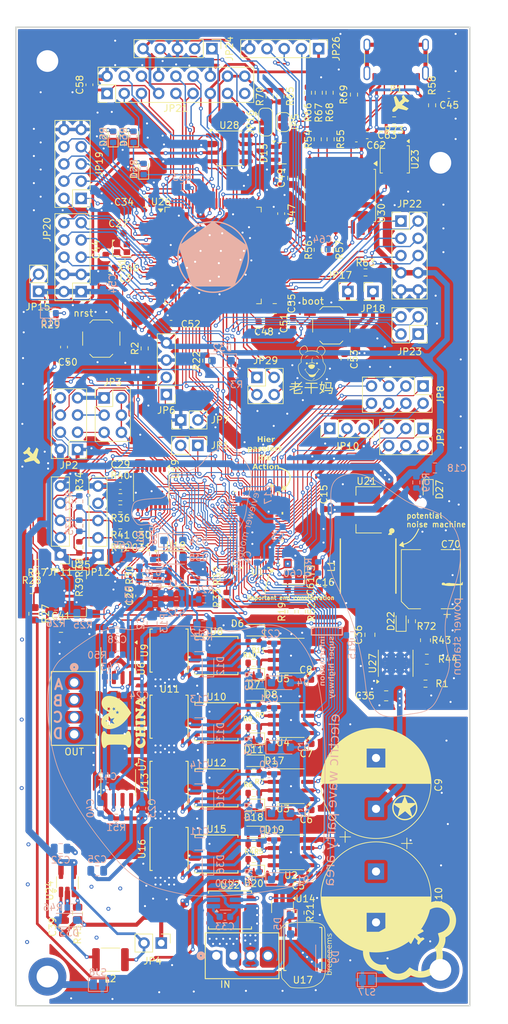
<source format=kicad_pcb>
(kicad_pcb
	(version 20241229)
	(generator "pcbnew")
	(generator_version "9.0")
	(general
		(thickness 1.6)
		(legacy_teardrops no)
	)
	(paper "A4")
	(title_block
		(title "fsim_ff")
		(date "2025-03-06")
		(rev "1")
		(company "FaSTTUBe")
	)
	(layers
		(0 "F.Cu" signal)
		(4 "In1.Cu" signal)
		(6 "In2.Cu" signal)
		(2 "B.Cu" signal)
		(9 "F.Adhes" user "F.Adhesive")
		(11 "B.Adhes" user "B.Adhesive")
		(13 "F.Paste" user)
		(15 "B.Paste" user)
		(5 "F.SilkS" user "F.Silkscreen")
		(7 "B.SilkS" user "B.Silkscreen")
		(1 "F.Mask" user)
		(3 "B.Mask" user)
		(17 "Dwgs.User" user "User.Drawings")
		(19 "Cmts.User" user "User.Comments")
		(21 "Eco1.User" user "User.Eco1")
		(23 "Eco2.User" user "User.Eco2")
		(25 "Edge.Cuts" user)
		(27 "Margin" user)
		(31 "F.CrtYd" user "F.Courtyard")
		(29 "B.CrtYd" user "B.Courtyard")
		(35 "F.Fab" user)
		(33 "B.Fab" user)
		(39 "User.1" user)
		(41 "User.2" user)
		(43 "User.3" user)
		(45 "User.4" user)
	)
	(setup
		(stackup
			(layer "F.SilkS"
				(type "Top Silk Screen")
			)
			(layer "F.Paste"
				(type "Top Solder Paste")
			)
			(layer "F.Mask"
				(type "Top Solder Mask")
				(thickness 0.01)
			)
			(layer "F.Cu"
				(type "copper")
				(thickness 0.035)
			)
			(layer "dielectric 1"
				(type "prepreg")
				(thickness 0.1)
				(material "FR4")
				(epsilon_r 4.5)
				(loss_tangent 0.02)
			)
			(layer "In1.Cu"
				(type "copper")
				(thickness 0.035)
			)
			(layer "dielectric 2"
				(type "core")
				(thickness 1.24)
				(material "FR4")
				(epsilon_r 4.5)
				(loss_tangent 0.02)
			)
			(layer "In2.Cu"
				(type "copper")
				(thickness 0.035)
			)
			(layer "dielectric 3"
				(type "prepreg")
				(thickness 0.1)
				(material "FR4")
				(epsilon_r 4.5)
				(loss_tangent 0.02)
			)
			(layer "B.Cu"
				(type "copper")
				(thickness 0.035)
			)
			(layer "B.Mask"
				(type "Bottom Solder Mask")
				(thickness 0.01)
			)
			(layer "B.Paste"
				(type "Bottom Solder Paste")
			)
			(layer "B.SilkS"
				(type "Bottom Silk Screen")
			)
			(copper_finish "None")
			(dielectric_constraints no)
		)
		(pad_to_mask_clearance 0)
		(allow_soldermask_bridges_in_footprints no)
		(tenting front back)
		(pcbplotparams
			(layerselection 0x00000000_00000000_55555555_5755f5ff)
			(plot_on_all_layers_selection 0x00000000_00000000_00000000_00000000)
			(disableapertmacros no)
			(usegerberextensions no)
			(usegerberattributes yes)
			(usegerberadvancedattributes yes)
			(creategerberjobfile yes)
			(dashed_line_dash_ratio 12.000000)
			(dashed_line_gap_ratio 3.000000)
			(svgprecision 4)
			(plotframeref no)
			(mode 1)
			(useauxorigin no)
			(hpglpennumber 1)
			(hpglpenspeed 20)
			(hpglpendiameter 15.000000)
			(pdf_front_fp_property_popups yes)
			(pdf_back_fp_property_popups yes)
			(pdf_metadata yes)
			(pdf_single_document no)
			(dxfpolygonmode yes)
			(dxfimperialunits yes)
			(dxfusepcbnewfont yes)
			(psnegative no)
			(psa4output no)
			(plot_black_and_white yes)
			(plotinvisibletext no)
			(sketchpadsonfab no)
			(plotpadnumbers no)
			(hidednponfab no)
			(sketchdnponfab yes)
			(crossoutdnponfab yes)
			(subtractmaskfromsilk no)
			(outputformat 1)
			(mirror no)
			(drillshape 0)
			(scaleselection 1)
			(outputdirectory "C:/Users/georg/Downloads/fsimff_v0.1/")
		)
	)
	(net 0 "")
	(net 1 "GND")
	(net 2 "+3V3")
	(net 3 "+5V")
	(net 4 "Net-(U30-PDEN)")
	(net 5 "/brains/GND_USB")
	(net 6 "Net-(P1-CC)")
	(net 7 "Net-(P1-VCONN)")
	(net 8 "Net-(U1B-VCCCORE1)")
	(net 9 "5V_SENSE")
	(net 10 "GNDA")
	(net 11 "V_GD")
	(net 12 "GNDI")
	(net 13 "Net-(U27-SW)")
	(net 14 "Net-(D32-A)")
	(net 15 "V+")
	(net 16 "MOT_D")
	(net 17 "MOT_B")
	(net 18 "2.5V_REF")
	(net 19 "/brains/OSC+")
	(net 20 "Net-(U20-VCAP)")
	(net 21 "V_MOT_IN")
	(net 22 "Net-(U27-BST)")
	(net 23 "Net-(D33-A)")
	(net 24 "Net-(D22-K)")
	(net 25 "Net-(U7-VREF)")
	(net 26 "Net-(U6-VREF)")
	(net 27 "/brains/OSC-")
	(net 28 "/brains/USB_SHIELD")
	(net 29 "/brains/VDDA")
	(net 30 "Net-(U26C-VCAP_2)")
	(net 31 "Net-(U26C-VCAP_1)")
	(net 32 "/brains/BUTTON_A")
	(net 33 "/brains/E_STOP")
	(net 34 "/brains/USB_VBUS_IN")
	(net 35 "Net-(D27-A)")
	(net 36 "Net-(D28-A)")
	(net 37 "Net-(D29-A)")
	(net 38 "Net-(D30-A)")
	(net 39 "ENO")
	(net 40 "AGPI_A")
	(net 41 "AENC_WY_N")
	(net 42 "AENC_UX_N")
	(net 43 "AENC_WY")
	(net 44 "AENC_VN")
	(net 45 "AENC_UX")
	(net 46 "AENC_VN_N")
	(net 47 "ENABLE")
	(net 48 "GPIO0")
	(net 49 "GPIO3")
	(net 50 "GPIO2")
	(net 51 "GPIO4")
	(net 52 "GPIO6")
	(net 53 "GPIO7")
	(net 54 "GPIO1")
	(net 55 "GPIO5")
	(net 56 "Net-(JP12-Pin_2)")
	(net 57 "Net-(JP12-Pin_4)")
	(net 58 "Net-(JP12-Pin_3)")
	(net 59 "/brains/BOOT0")
	(net 60 "/brains/DIN4")
	(net 61 "/brains/DIN3")
	(net 62 "/brains/DIN7")
	(net 63 "/brains/DIN6")
	(net 64 "/brains/DIN5")
	(net 65 "/brains/DIN2")
	(net 66 "/brains/DIN1")
	(net 67 "/brains/DIN0")
	(net 68 "/brains/AIN4")
	(net 69 "/brains/AIN1")
	(net 70 "/brains/AIN3")
	(net 71 "/brains/AIN5")
	(net 72 "/brains/AIN2")
	(net 73 "/brains/AIN0")
	(net 74 "/brains/CANL")
	(net 75 "unconnected-(U26A-PD3-Pad84)")
	(net 76 "/brains/SWO")
	(net 77 "/brains/UART1_TX")
	(net 78 "/brains/UART1_RX")
	(net 79 "unconnected-(U26A-PD2-Pad83)")
	(net 80 "/brains/GPIO2")
	(net 81 "/brains/GPIO1")
	(net 82 "/brains/I2C_SDA")
	(net 83 "/brains/GPIO3")
	(net 84 "/brains/I2C_SCL")
	(net 85 "unconnected-(U26A-PC11-Pad79)")
	(net 86 "unconnected-(U26A-PC12-Pad80)")
	(net 87 "unconnected-(JP21-Pin_17-Pad17)")
	(net 88 "/brains/CANH")
	(net 89 "unconnected-(U26A-PC10-Pad78)")
	(net 90 "unconnected-(U26A-PA15-Pad77)")
	(net 91 "/brains/SPI2_SCK")
	(net 92 "/brains/SPI2_MISO")
	(net 93 "/brains/SPI2_MOSI")
	(net 94 "/brains/SPI2_SS3")
	(net 95 "/brains/SPI2_SS2")
	(net 96 "/brains/SPI2_SS")
	(net 97 "/brains/GPIO7")
	(net 98 "/brains/GPIO6")
	(net 99 "/brains/GPIO8")
	(net 100 "/brains/GPIO5")
	(net 101 "/brains/PWM2")
	(net 102 "/brains/PWM4")
	(net 103 "/brains/PWM3")
	(net 104 "/brains/PWM1")
	(net 105 "/brains/SWDIO")
	(net 106 "/brains/SWCLK")
	(net 107 "BRAKE_RES_COMP")
	(net 108 "BRAKE_CTRL_EXT")
	(net 109 "2.5V_REF_RAW")
	(net 110 "Net-(U27-RON)")
	(net 111 "Net-(U24-FB)")
	(net 112 "Net-(U6-VOUT)")
	(net 113 "Net-(U7-VOUT)")
	(net 114 "Net-(U30-UD+)")
	(net 115 "Net-(U30-UD-)")
	(net 116 "Net-(U30-DD+)")
	(net 117 "/brains/LED1")
	(net 118 "/brains/LED2")
	(net 119 "/brains/LED3")
	(net 120 "/brains/CAN_S")
	(net 121 "unconnected-(U26A-PD14-Pad61)")
	(net 122 "unconnected-(U26A-PD11-Pad58)")
	(net 123 "unconnected-(U26A-PD10-Pad57)")
	(net 124 "unconnected-(U26B-PE15-Pad46)")
	(net 125 "unconnected-(U26A-PD12-Pad59)")
	(net 126 "/brains/CAN_RX")
	(net 127 "unconnected-(U26A-PC9-Pad66)")
	(net 128 "/brains/USB_D-")
	(net 129 "unconnected-(U26A-PA10-Pad69)")
	(net 130 "unconnected-(U26A-PA8-Pad67)")
	(net 131 "/brains/CAN_TX")
	(net 132 "unconnected-(U26A-PC8-Pad65)")
	(net 133 "unconnected-(U26A-PD13-Pad60)")
	(net 134 "/brains/USB_D+")
	(net 135 "UART_RX")
	(net 136 "Net-(D1-K)")
	(net 137 "REF_L")
	(net 138 "ENC2_A")
	(net 139 "HALL_V")
	(net 140 "HALL_WY")
	(net 141 "ENC_B")
	(net 142 "DIR")
	(net 143 "ENC_Z")
	(net 144 "PWM_I")
	(net 145 "V_INT_TMC")
	(net 146 "MISO")
	(net 147 "ENC2_Z")
	(net 148 "ENC2_B")
	(net 149 "MOSI")
	(net 150 "SCK")
	(net 151 "UART_TX")
	(net 152 "REF_R")
	(net 153 "REF_H")
	(net 154 "AGPI_B")
	(net 155 "ENC_A")
	(net 156 "HALL_UX")
	(net 157 "CS_TMC")
	(net 158 "STEP")
	(net 159 "NRST")
	(net 160 "DRV_FLAG")
	(net 161 "DRV_EN")
	(net 162 "V_INT")
	(net 163 "V_EXT")
	(net 164 "unconnected-(U26A-PB0-Pad35)")
	(net 165 "unconnected-(U26A-PB1-Pad36)")
	(net 166 "GPIO_DRV")
	(net 167 "/brains/ENC_Z")
	(net 168 "/brains/ENC_A")
	(net 169 "/brains/ENC_B")
	(net 170 "Net-(D2-K)")
	(net 171 "Net-(D3-K)")
	(net 172 "Net-(D4-K)")
	(net 173 "RES_FET")
	(net 174 "Net-(D10-A)")
	(net 175 "Net-(D6-K)")
	(net 176 "Net-(D7-K)")
	(net 177 "Net-(D8-K)")
	(net 178 "Net-(D11-K)")
	(net 179 "Net-(D17-K)")
	(net 180 "Net-(D18-K)")
	(net 181 "Net-(D19-K)")
	(net 182 "Net-(D20-K)")
	(net 183 "unconnected-(Y3-ENABLE-Pad1)")
	(net 184 "Net-(H3-Pad1)")
	(net 185 "Net-(H4-Pad1)")
	(net 186 "MOT_A_OUT")
	(net 187 "MOT_C_OUT")
	(net 188 "/brains/USB_D+_IS")
	(net 189 "/brains/USB_D-_IS")
	(net 190 "Net-(U30-DD-)")
	(net 191 "USB_VBUS")
	(net 192 "/driver/MOT_C")
	(net 193 "/driver/MOT_A")
	(net 194 "/driver/SENSE_A")
	(net 195 "/connectivity/HALL_UX_5V")
	(net 196 "/connectivity/HALL_V_5V")
	(net 197 "/connectivity/HALL_WY_5V")
	(net 198 "/driver/SENSE_C")
	(net 199 "/driver/CLK_25M")
	(net 200 "/driver/G_LS_A")
	(net 201 "/driver/G_HS_A")
	(net 202 "/driver/G_LS_B")
	(net 203 "/driver/G_HS_B")
	(net 204 "/driver/G_HS_C")
	(net 205 "/driver/G_LS_C")
	(net 206 "/driver/G_LS_D")
	(net 207 "/driver/G_HS_D")
	(net 208 "/driver/BRAKE_CTRL")
	(net 209 "/driver/BRAKE_CTRL_TMC")
	(net 210 "/connectivity/ENC_B_5V")
	(net 211 "/connectivity/ENC_Z_5V")
	(net 212 "/connectivity/ENC_A_5V")
	(net 213 "/driver/2.5V_REF_C")
	(net 214 "/driver/2.5V_REF_A")
	(net 215 "/driver/BRAKE_GATE")
	(net 216 "/connectivity/V_INT_TMC_RAW")
	(net 217 "/connectivity/TH_FET")
	(net 218 "/connectivity/BRAKE_RES_TH")
	(net 219 "/driver/C_HS_C")
	(net 220 "/driver/C_LS_B")
	(net 221 "/driver/C_LS_D")
	(net 222 "/driver/C_LS_C")
	(net 223 "/driver/C_LS_A")
	(net 224 "/driver/C_HS_A")
	(net 225 "/driver/C_HS_D")
	(net 226 "/driver/C_HS_B")
	(net 227 "/powersupply/INPUT_GATE")
	(net 228 "/brains/VREF")
	(net 229 "Net-(JP16-B)")
	(net 230 "Net-(JP5-C)")
	(net 231 "Net-(U27-FB)")
	(net 232 "Net-(U27-PGOOD)")
	(net 233 "Net-(R73-Pad2)")
	(footprint "Capacitor_SMD:CP_Elec_8x10.5" (layer "F.Cu") (at 124.6 119.4 90))
	(footprint "Capacitor_SMD:C_0603_1608Metric" (layer "F.Cu") (at 76.6 70.8 -90))
	(footprint "Resistor_SMD:R_0805_2012Metric" (layer "F.Cu") (at 124 131.2 180))
	(footprint "LOGO" (layer "F.Cu") (at 92.45 71.45))
	(footprint "Connector_PinHeader_2.54mm:PinHeader_1x01_P2.54mm_Vertical" (layer "F.Cu") (at 112.35 76.975))
	(footprint "Capacitor_THT:CP_Radial_D16.0mm_P7.50mm" (layer "F.Cu") (at 116.5 153.262755 90))
	(footprint "Button_Switch_SMD:SW_SPST_TL3342" (layer "F.Cu") (at 75.95 83.925))
	(footprint "Connector_PinHeader_2.54mm:PinHeader_2x05_P2.54mm_Vertical" (layer "F.Cu") (at 72.975 77 180))
	(footprint "Diode_SMD:D_SOD-323F" (layer "F.Cu") (at 98.45 162.425 180))
	(footprint "Resistor_SMD:R_0805_2012Metric" (layer "F.Cu") (at 72.45 168.675 -90))
	(footprint "LED_SMD:LED_0603_1608Metric" (layer "F.Cu") (at 82.2 58.925 90))
	(footprint "Resistor_SMD:R_0603_1608Metric" (layer "F.Cu") (at 113.25 47.95 90))
	(footprint "Resistor_SMD:R_0603_1608Metric" (layer "F.Cu") (at 94.45 122.175 90))
	(footprint "Package_TO_SOT_SMD:SOT-23-5_HandSoldering" (layer "F.Cu") (at 70.95 164.175 90))
	(footprint "LOGO" (layer "F.Cu") (at 120.15 49.25 180))
	(footprint "Connector_PinHeader_2.54mm:PinHeader_1x05_P2.54mm_Vertical" (layer "F.Cu") (at 92.275 41.175 -90))
	(footprint "Connector_PinHeader_2.54mm:PinHeader_1x04_P2.54mm_Vertical" (layer "F.Cu") (at 85.55 92.175 180))
	(footprint "Capacitor_THT:CP_Radial_D16.0mm_P7.50mm"
		(layer "F.Cu")
		(uuid "150f2595-6fa8-4c81-a751-43eb88e7a6f2")
		(at 116.5 162.5 -90)
		(descr "CP, Radial series, Radial, pin pitch=7.50mm, , diameter=16mm, Electrolytic Capacitor")
		(tags "CP Radial series Radial pin pitch 7.50mm  diameter 16mm Electrolytic Capacitor")
		(property "Reference" "C10"
			(at 3.75 -9.25 90)
			(layer "F.SilkS")
			(uuid "001c2586-c2b5-47db-b2e0-3c80586dbd77")
			(effects
				(font
					(size 1 1)
					(thickness 0.15)
				)
			)
		)
		(property "Value" "680uF"
			(at 3.75 9.25 90)
			(layer "F.Fab")
			(uuid "57427020-4436-4e3b-a0fd-23d368953a7c")
			(effects
				(font
					(size 1 1)
					(thickness 0.15)
				)
			)
		)
		(property "Datasheet" ""
			(at 0 0 270)
			(unlocked yes)
			(layer "F.Fab")
			(hide yes)
			(uuid "443d9bdb-7df0-4e2c-8f3e-4da543efbace")
			(effects
				(font
					(size 1.27 1.27)
					(thickness 0.15)
				)
			)
		)
		(property "Description" "Polarized capacitor"
			(at 0 0 270)
			(unlocked yes)
			(layer "F.Fab")
			(hide yes)
			(uuid "e5263740-0d28-4fa1-9e6e-703599ac163b")
			(effects
				(font
					(size 1.27 1.27)
					(thickness 0.15)
				)
			)
		)
		(property ki_fp_filters "CP_*")
		(path "/9ba6eb33-b9b4-4ffb-a0a4-9bdfa5f117d9/de14394b-5ce8-448e-b747-ee0df7bd6021")
		(sheetname "/driver/")
		(sheetfile "motor_board_tmc_1.kicad_sch")
		(attr through_hole)
		(fp_line
			(start 6.071 1.44)
			(end 6.071 7.742)
			(stroke
				(width 0.12)
				(type solid)
			)
			(layer "F.SilkS")
			(uuid "a5eae973-0997-4891-aec9-8f74184729d5")
		)
		(fp_line
			(start 6.111 1.44)
			(end 6.111 7.73)
			(stroke
				(width 0.12)
				(type solid)
			)
			(layer "F.SilkS")
			(uuid "ecea6b82-75b5-4312-98e2-53024e23ab94")
		)
		(fp_line
			(start 6.151 1.44)
			(end 6.151 7.718)
			(stroke
				(width 0.12)
				(type solid)
			)
			(layer "F.SilkS")
			(uuid "270fd885-35ea-40f5-822e-7fb30ab0d9bb")
		)
		(fp_line
			(start 6.191 1.44)
			(end 6.191 7.705)
			(stroke
				(width 0.12)
				(type solid)
			)
			(layer "F.SilkS")
			(uuid "17e4822e-7b08-49b6-9ca6-3b5ad35d2944")
		)
		(fp_line
			(start 6.231 1.44)
			(end 6.231 7.693)
			(stroke
				(width 0.12)
				(type solid)
			)
			(layer "F.SilkS")
			(uuid "bdcc89c7-7a21-45f3-9afe-fc3431f6c2aa")
		)
		(fp_line
			(start 6.271 1.44)
			(end 6.271 7.68)
			(stroke
				(width 0.12)
				(type solid)
			)
			(layer "F.SilkS")
			(uuid "4b536138-6e14-4a3d-acff-b86cbb19236b")
		)
		(fp_line
			(start 6.311 1.44)
			(end 6.311 7.666)
			(stroke
				(width 0.12)
				(type solid)
			)
			(layer "F.SilkS")
			(uuid "403758bb-296c-489c-8c79-42e6b32d7e9d")
		)
		(fp_line
			(start 6.351 1.44)
			(end 6.351 7.653)
			(stroke
				(width 0.12)
				(type solid)
			)
			(layer "F.SilkS")
			(uuid "fe432966-1b14-4844-aa4e-014b0351aac0")
		)
		(fp_line
			(start 6.391 1.44)
			(end 6.391 7.639)
			(stroke
				(width 0.12)
				(type solid)
			)
			(layer "F.SilkS")
			(uuid "7482afae-8b5e-42a5-8848-05c41a3834eb")
		)
		(fp_line
			(start 6.431 1.44)
			(end 6.431 7.625)
			(stroke
				(width 0.12)
				(type solid)
			)
			(layer "F.SilkS")
			(uuid "d3293ed8-9044-4b2c-9e46-41395919bc5a")
		)
		(fp_line
			(start 6.471 1.44)
			(end 6.471 7.611)
			(stroke
				(width 0.12)
				(type solid)
			)
			(layer "F.SilkS")
			(uuid "09125ee8-0e38-4040-a33d-ce29106e63d8")
		)
		(fp_line
			(start 6.511 1.44)
			(end 6.511 7.597)
			(stroke
				(width 0.12)
				(type solid)
			)
			(layer "F.SilkS")
			(uuid "942501c2-f4c2-41ea-b301-973325c04310")
		)
		(fp_line
			(start 6.551 1.44)
			(end 6.551 7.582)
			(stroke
				(width 0.12)
				(type solid)
			)
			(layer "F.SilkS")
			(uuid "68ff9f37-fa1d-4d2b-b079-7489762e551c")
		)
		(fp_line
			(start 6.591 1.44)
			(end 6.591 7.568)
			(stroke
				(width 0.12)
				(type solid)
			)
			(layer "F.SilkS")
			(uuid "ccac8cd0-80d0-4345-a145-39d34d769088")
		)
		(fp_line
			(start 6.631 1.44)
			(end 6.631 7.553)
			(stroke
				(width 0.12)
				(type solid)
			)
			(layer "F.SilkS")
			(uuid "a64d126e-86cf-4ebe-8c50-20c4d4d913ed")
		)
		(fp_line
			(start 6.671 1.44)
			(end 6.671 7.537)
			(stroke
				(width 0.12)
				(type solid)
			)
			(layer "F.SilkS")
			(uuid "73d78213-4ef2-4729-a72d-01c5bccbdb2e")
		)
		(fp_line
			(start 6.711 1.44)
			(end 6.711 7.522)
			(stroke
				(width 0.12)
				(type solid)
			)
			(layer "F.SilkS")
			(uuid "69193556-29a1-49d3-aa31-3770a8c4d79d")
		)
		(fp_line
			(start 6.751 1.44)
			(end 6.751 7.506)
			(stroke
				(width 0.12)
				(type solid)
			)
			(layer "F.SilkS")
			(uuid "e55b6141-3b83-4147-a34b-46926632b7e2")
		)
		(fp_line
			(start 6.791 1.44)
			(end 6.791 7.49)
			(stroke
				(width 0.12)
				(type solid)
			)
			(layer "F.SilkS")
			(uuid "e31b64fe-588c-4a72-941d-e9d670572a6e")
		)
		(fp_line
			(start 6.831 1.44)
			(end 6.831 7.474)
			(stroke
				(width 0.12)
				(type solid)
			)
			(layer "F.SilkS")
			(uuid "81a770e3-ad7b-408a-93a6-e65b627e787f")
		)
		(fp_line
			(start 6.871 1.44)
			(end 6.871 7.457)
			(stroke
				(width 0.12)
				(type solid)
			)
			(layer "F.SilkS")
			(uuid "0710183a-44ab-4e98-837c-c6bc627ab7d8")
		)
		(fp_line
			(start 6.911 1.44)
			(end 6.911 7.44)
			(stroke
				(width 0.12)
				(type solid)
			)
			(layer "F.SilkS")
			(uuid "62672cc8-3592-4857-9957-a5676106c91d")
		)
		(fp_line
			(start 6.951 1.44)
			(end 6.951 7.423)
			(stroke
				(width 0.12)
				(type solid)
			)
			(layer "F.SilkS")
			(uuid "1e3ab7c4-6ec5-4c1c-83c7-2eae8ed19f44")
		)
		(fp_line
			(start 6.991 1.44)
			(end 6.991 7.406)
			(stroke
				(width 0.12)
				(type solid)
			)
			(layer "F.SilkS")
			(uuid "41dcaf77-3b7c-4c70-b240-e08b82cbdf14")
		)
		(fp_line
			(start 7.031 1.44)
			(end 7.031 7.389)
			(stroke
				(width 0.12)
				(type solid)
			)
			(layer "F.SilkS")
			(uuid "47ba52fe-ee18-44f8-9280-815f0f6543fc")
		)
		(fp_line
			(start 7.071 1.44)
			(end 7.071 7.371)
			(stroke
				(width 0.12)
				(type solid)
			)
			(layer "F.SilkS")
			(uuid "1767b77e-d3bd-43d0-bfe6-f8b76d91a4d8")
		)
		(fp_line
			(start 7.111 1.44)
			(end 7.111 7.353)
			(stroke
				(width 0.12)
				(type solid)
			)
			(layer "F.SilkS")
			(uuid "a3fc06cc-b0ee-4f8f-8112-051a0f98605c")
		)
		(fp_line
			(start 7.151 1.44)
			(end 7.151 7.334)
			(stroke
				(width 0.12)
				(type solid)
			)
			(layer "F.SilkS")
			(uuid "9f9e8c48-25aa-45c4-9fcc-b36f5d41dfbe")
		)
		(fp_line
			(start 7.191 1.44)
			(end 7.191 7.316)
			(stroke
				(width 0.12)
				(type solid)
			)
			(layer "F.SilkS")
			(uuid "ef8790b6-b5d4-4edd-a552-cdf0ead46efa")
		)
		(fp_line
			(start 7.231 1.44)
			(end 7.231 7.297)
			(stroke
				(width 0.12)
				(type solid)
			)
			(layer "F.SilkS")
			(uuid "936d0fe8-d461-4efa-bc13-11c8241b1480")
		)
		(fp_line
			(start 7.271 1.44)
			(end 7.271 7.278)
			(stroke
				(width 0.12)
				(type solid)
			)
			(layer "F.SilkS")
			(uuid "65e9e014-9542-4770-93c4-b65130aa3ce3")
		)
		(fp_line
			(start 7.311 1.44)
			(end 7.311 7.258)
			(stroke
				(width 0.12)
				(type solid)
			)
			(layer "F.SilkS")
			(uuid "b17bcb37-273c-4f1e-98a1-75fb4b52941f")
		)
		(fp_line
			(start 7.351 1.44)
			(end 7.351 7.239)
			(stroke
				(width 0.12)
				(type solid)
			)
			(layer "F.SilkS")
			(uuid "1ba6c8ab-ede0-4309-8c5e-c71527d5efad")
		)
		(fp_line
			(start 7.391 1.44)
			(end 7.391 7.219)
			(stroke
				(width 0.12)
				(type solid)
			)
			(layer "F.SilkS")
			(uuid "22ec6020-244d-4db1-8af1-646934772b05")
		)
		(fp_line
			(start 7.431 1.44)
			(end 7.431 7.199)
			(stroke
				(width 0.12)
				(type solid)
			)
			(layer "F.SilkS")
			(uuid "45516d42-613f-42ee-ab61-7b42cd06e5e5")
		)
		(fp_line
			(start 7.471 1.44)
			(end 7.471 7.178)
			(stroke
				(width 0.12)
				(type solid)
			)
			(layer "F.SilkS")
			(uuid "377ad6b8-f147-4526-ac24-36bf0884d9c1")
		)
		(fp_line
			(start 7.511 1.44)
			(end 7.511 7.157)
			(stroke
				(width 0.12)
				(type solid)
			)
			(layer "F.SilkS")
			(uuid "63e23690-6edc-4089-bfa2-4725e28b2f44")
		)
		(fp_line
			(start 7.551 1.44)
			(end 7.551 7.136)
			(stroke
				(width 0.12)
				(type solid)
			)
			(layer "F.SilkS")
			(uuid "48f96d89-4cff-4f1c-8ec1-66c026b636f8")
		)
		(fp_line
			(start 7.591 1.44)
			(end 7.591 7.115)
			(stroke
				(width 0.12)
				(type solid)
			)
			(layer "F.SilkS")
			(uuid "9e922bd1-37a8-40ca-a8ec-f6e68c396845")
		)
		(fp_line
			(start 7.631 1.44)
			(end 7.631 7.094)
			(stroke
				(width 0.12)
				(type solid)
			)
			(layer "F.SilkS")
			(uuid "ded055ef-20b0-45b4-9ceb-ebee077eec16")
		)
		(fp_line
			(start 7.671 1.44)
			(end 7.671 7.072)
			(stroke
				(width 0.12)
				(type solid)
			)
			(layer "F.SilkS")
			(uuid "2228aa31-02e4-4e5b-8f1f-544af0f06cc5")
		)
		(fp_line
			(start 7.711 1.44)
			(end 7.711 7.049)
			(stroke
				(width 0.12)
				(type solid)
			)
			(layer "F.SilkS")
			(uuid "0f2e8535-43b9-41cd-a549-9981be3f5308")
		)
		(fp_line
			(start 7.751 1.44)
			(end 7.751 7.027)
			(stroke
				(width 0.12)
				(type solid)
			)
			(layer "F.SilkS")
			(uuid "8fcc4b7e-95d1-4d33-9599-dbe67f99e96b")
		)
		(fp_line
			(start 7.791 1.44)
			(end 7.791 7.004)
			(stroke
				(width 0.12)
				(type solid)
			)
			(layer "F.SilkS")
			(uuid "f21c620d-a694-4cec-88c5-1d4d9df823ed")
		)
		(fp_line
			(start 7.831 1.44)
			(end 7.831 6.981)
			(stroke
				(width 0.12)
				(type solid)
			)
			(layer "F.SilkS")
			(uuid "96bcbc0c-ef55-4d69-a9a6-01262c10600b")
		)
		(fp_line
			(start 7.871 1.44)
			(end 7.871 6.958)
			(stroke
				(width 0.12)
				(type solid)
			)
			(layer "F.SilkS")
			(uuid "ee111041-ba32-4198-8c73-566094244fc1")
		)
		(fp_line
			(start 7.911 1.44)
			(end 7.911 6.934)
			(stroke
				(width 0.12)
				(type solid)
			)
			(layer "F.SilkS")
			(uuid "fca5d5c8-656f-47b9-96f8-29376185962b")
		)
		(fp_line
			(start 7.951 1.44)
			(end 7.951 6.91)
			(stroke
				(width 0.12)
				(type solid)
			)
			(layer "F.SilkS")
			(uuid "d595d7ba-4316-434f-84f4-cffccb2800b1")
		)
		(fp_line
			(start 7.991 1.44)
			(end 7.991 6.886)
			(stroke
				(width 0.12)
				(type solid)
			)
			(layer "F.SilkS")
			(uuid "882b9196-9438-4b80-9913-3d9e5ca7b113")
		)
		(fp_line
			(start 8.031 1.44)
			(end 8.031 6.861)
			(stroke
				(width 0.12)
				(type solid)
			)
			(layer "F.SilkS")
			(uuid "96df1366-87b8-4ce7-a7ff-6bfd1c82957e")
		)
		(fp_line
			(start 8.071 1.44)
			(end 8.071 6.836)
			(stroke
				(width 0.12)
				(type solid)
			)
			(layer "F.SilkS")
			(uuid "a7549ed4-99e5-4330-8032-f862340e7f98")
		)
		(fp_line
			(start 8.111 1.44)
			(end 8.111 6.811)
			(stroke
				(width 0.12)
				(type solid)
			)
			(layer "F.SilkS")
			(uuid "01829abb-d7ec-4c45-ba16-680d67d105aa")
		)
		(fp_line
			(start 8.151 1.44)
			(end 8.151 6.785)
			(stroke
				(width 0.12)
				(type solid)
			)
			(layer "F.SilkS")
			(uuid "30aca72f-ad35-439b-9e50-bd91b6d46d66")
		)
		(fp_line
			(start 8.191 1.44)
			(end 8.191 6.759)
			(stroke
				(width 0.12)
				(type solid)
			)
			(layer "F.SilkS")
			(uuid "5722e884-a384-44cd-abcd-096d17604fd5")
		)
		(fp_line
			(start 8.231 1.44)
			(end 8.231 6.733)
			(stroke
				(width 0.12)
				(type solid)
			)
			(layer "F.SilkS")
			(uuid "0982da6f-4e7b-4929-bb34-5b7085c1912f")
		)
		(fp_line
			(start 8.271 1.44)
			(end 8.271 6.706)
			(stroke
				(width 0.12)
				(type solid)
			)
			(layer "F.SilkS")
			(uuid "31665798-6fef-4fcf-a232-0e7f3d293af2")
		)
		(fp_line
			(start 8.311 1.44)
			(end 8.311 6.679)
			(stroke
				(width 0.12)
				(type solid)
			)
			(layer "F.SilkS")
			(uuid "b12bf065-094a-4ad2-aaf5-369d3747f961")
		)
		(fp_line
			(start 8.351 1.44)
			(end 8.351 6.652)
			(stroke
				(width 0.12)
				(type solid)
			)
			(layer "F.SilkS")
			(uuid "19cd9ee0-1c7b-4dd8-b06d-25b467d3fe8e")
		)
		(fp_line
			(start 8.391 1.44)
			(end 8.391 6.624)
			(stroke
				(width 0.12)
				(type solid)
			)
			(layer "F.SilkS")
			(uuid "4c9ea3dc-9b4d-4f21-b500-3391139aaa82")
		)
		(fp_line
			(start 8.431 1.44)
			(end 8.431 6.596)
			(stroke
				(width 0.12)
				(type solid)
			)
			(layer "F.SilkS")
			(uuid "624fdd6d-ff61-4e64-9569-dd14b10cb99e")
		)
		(fp_line
			(start 8.471 1.44)
			(end 8.471 6.568)
			(stroke
				(width 0.12)
				(type solid)
			)
			(layer "F.SilkS")
			(uuid "a41800c5-a944-4aab-ae23-43444d31c334")
		)
		(fp_line
			(start 8.511 1.44)
			(end 8.511 6.539)
			(stroke
				(width 0.12)
				(type solid)
			)
			(layer "F.SilkS")
			(uuid "1256bd7e-1b61-4ac3-b7ea-9d6bd62e8cad")
		)
		(fp_line
			(start 8.551 1.44)
			(end 8.551 6.51)
			(stroke
				(width 0.12)
				(type solid)
			)
			(layer "F.SilkS")
			(uuid "4e2970ec-8978-45d9-a131-82f7a775ecdb")
		)
		(fp_line
			(start 8.591 1.44)
			(end 8.591 6.48)
			(stroke
				(width 0.12)
				(type solid)
			)
			(layer "F.SilkS")
			(uuid "28389a5d-22d5-4415-8c0f-bcb735807efc")
		)
		(fp_line
			(start 8.631 1.44)
			(end 8.631 6.45)
			(stroke
				(width 0.12)
				(type solid)
			)
			(layer "F.SilkS")
			(uuid "fa93402c-ff45-43cf-828b-fba624f48fd8")
		)
		(fp_line
			(start 8.671 1.44)
			(end 8.671 6.42)
			(stroke
				(width 0.12)
				(type solid)
			)
			(layer "F.SilkS")
			(uuid "c09d1f66-f873-4723-a496-71b750826ece")
		)
		(fp_line
			(start 8.711 1.44)
			(end 8.711 6.39)
			(stroke
				(width 0.12)
				(type solid)
			)
			(layer "F.SilkS")
			(uuid "554970c5-97e1-4b70-8a33-d0e93a8c8ee5")
		)
		(fp_line
			(start 8.751 1.44)
			(end 8.751 6.358)
			(stroke
				(width 0.12)
				(type solid)
			)
			(layer "F.SilkS")
			(uuid "e191dfee-ab72-4901-8c70-fa5b41e5a332")
		)
		(fp_line
			(start 8.791 1.44)
			(end 8.791 6.327)
			(stroke
				(width 0.12)
				(type solid)
			)
			(layer "F.SilkS")
			(uuid "6f9d0517-5437-416b-8709-8e4ccddc0d80")
		)
		(fp_line
			(start 8.831 1.44)
			(end 8.831 6.295)
			(stroke
				(width 0.12)
				(type solid)
			)
			(layer "F.SilkS")
			(uuid "368477a2-dd7f-4ee7-8c85-591d3b759625")
		)
		(fp_line
			(start 8.871 1.44)
			(end 8.871 6.263)
			(stroke
				(width 0.12)
				(type solid)
			)
			(layer "F.SilkS")
			(uuid "b339b572-8d87-45d7-b2fd-7a55318379ab")
		)
		(fp_line
			(start 8.911 1.44)
			(end 8.911 6.23)
			(stroke
				(width 0.12)
				(type solid)
			)
			(layer "F.SilkS")
			(uuid "c3eb148c-f79a-4958-a135-bd134225bcf0")
		)
		(fp_line
			(start 11.831 -0.765)
			(end 11.831 0.765)
			(stroke
				(width 0.12)
				(type solid)
			)
			(layer "F.SilkS")
			(uuid "410514f5-ea17-486f-976a-a109ea6b7031")
		)
		(fp_line
			(start 11.791 -1.098)
			(end 11.791 1.098)
			(stroke
				(width 0.12)
				(type solid)
			)
			(layer "F.SilkS")
			(uuid "07a53b29-6d65-4194-8201-d64f34e12a5a")
		)
		(fp_line
			(start 11.751 -1.351)
			(end 11.751 1.351)
			(stroke
				(width 0.12)
				(type solid)
			)
			(layer "F.SilkS")
			(uuid "36ce1133-fef7-4ed6-9761-81a70292883b")
		)
		(fp_line
			(start 11.711 -1.564)
			(end 11.711 1.564)
			(stroke
				(width 0.12)
				(type solid)
			)
			(layer "F.SilkS")
			(uuid "f45897fa-4e9a-4c2b-97af-d4304c16d016")
		)
		(fp_line
			(start 11.671 -1.752)
			(end 11.671 1.752)
			(stroke
				(width 0.12)
				(type solid)
			)
			(layer "F.SilkS")
			(uuid "9f4fdd08-571d-4244-b09c-1393f4d400f2")
		)
		(fp_line
			(start 11.631 -1.92)
			(end 11.631 1.92)
			(stroke
				(width 0.12)
				(type solid)
			)
			(layer "F.SilkS")
			(uuid "c4c4134c-27a4-41b1-8961-bd2171759cde")
		)
		(fp_line
			(start 11.591 -2.074)
			(end 11.591 2.074)
			(stroke
				(width 0.12)
				(type solid)
			)
			(layer "F.SilkS")
			(uuid "fd38c794-6815-4ea9-8a9d-b79180464f81")
		)
		(fp_line
			(start 11.551 -2.218)
			(end 11.551 2.218)
			(stroke
				(width 0.12)
				(type solid)
			)
			(layer "F.SilkS")
			(uuid "60171e6c-fe94-4221-a126-6d41cc88fc0d")
		)
		(fp_line
			(start 11.511 -2.351)
			(end 11.511 2.351)
			(stroke
				(width 0.12)
				(type solid)
			)
			(layer "F.SilkS")
			(uuid "a1dfc0ed-7810-4b22-babc-4c908aa5d2de")
		)
		(fp_line
			(start 11.471 -2.478)
			(end 11.471 2.478)
			(stroke
				(width 0.12)
				(type solid)
			)
			(layer "F.SilkS")
			(uuid "322c46a4-0c34-4ce1-9d42-c18b3e6c75a8")
		)
		(fp_line
			(start 11.431 -2.597)
			(end 11.431 2.597)
			(stroke
				(width 0.12)
				(type solid)
			)
			(layer "F.SilkS")
			(uuid "bd5c7ab0-bd97-4645-9614-08e6e33f50eb")
		)
		(fp_line
			(start 11.391 -2.711)
			(end 11.391 2.711)
			(stroke
				(width 0.12)
				(type solid)
			)
			(layer "F.SilkS")
			(uuid "8d92702b-0e0f-41c1-9cae-ea239dd37366")
		)
		(fp_line
			(start 11.351 -2.82)
			(end 11.351 2.82)
			(stroke
				(width 0.12)
				(type solid)
			)
			(layer "F.SilkS")
			(uuid "cc9006ad-202f-48bb-813f-76d1453c03d7")
		)
		(fp_line
			(start 11.311 -2.924)
			(end 11.311 2.924)
			(stroke
				(width 0.12)
				(type solid)
			)
			(layer "F.SilkS")
			(uuid "3c87c742-4b61-4e16-8445-93a0e1810c00")
		)
		(fp_line
			(start 11.271 -3.024)
			(end 11.271 3.024)
			(stroke
				(width 0.12)
				(type solid)
			)
			(layer "F.SilkS")
			(uuid "38f462ba-ab6c-4a45-8be5-5aa303828d34")
		)
		(fp_line
			(start 11.231 -3.12)
			(end 11.231 3.12)
			(stroke
				(width 0.12)
				(type solid)
			)
			(layer "F.SilkS")
			(uuid "288f1310-841e-4f31-b3e7-92d044943b33")
		)
		(fp_line
			(start 11.191 -3.213)
			(end 11.191 3.213)
			(stroke
				(width 0.12)
				(type solid)
			)
			(layer "F.SilkS")
			(uuid "0d1b1b54-c85e-4371-a86c-d1e5f5c3d277")
		)
		(fp_line
			(start 11.151 -3.303)
			(end 11.151 3.303)
			(stroke
				(width 0.12)
				(type solid)
			)
			(layer "F.SilkS")
			(uuid "2687db12-026b-4488-90d0-5c8b3713bb7c")
		)
		(fp_line
			(start 11.111 -3.39)
			(end 11.111 3.39)
			(stroke
				(width 0.12)
				(type solid)
			)
			(layer "F.SilkS")
			(uuid "9ecd01f0-92d0-48e5-9ddb-6ec6403e93cd")
		)
		(fp_line
			(start 11.071 -3.475)
			(end 11.071 3.475)
			(stroke
				(width 0.12)
				(type solid)
			)
			(layer "F.SilkS")
			(uuid "ced0fc94-029b-4476-abdd-318819b8452e")
		)
		(fp_line
			(start 11.031 -3.557)
			(end 11.031 3.557)
			(stroke
				(width 0.12)
				(type solid)
			)
			(layer "F.SilkS")
			(uuid "0e0e03c4-1b0b-493f-b987-bdc44f80a352")
		)
		(fp_line
			(start 10.991 -3.637)
			(end 10.991 3.637)
			(stroke
				(width 0.12)
				(type solid)
			)
			(layer "F.SilkS")
			(uuid "1a3734b6-ce53-476a-b798-5cf8ef603af0")
		)
		(fp_line
			(start 10.951 -3.715)
			(end 10.951 3.715)
			(stroke
				(width 0.12)
				(type solid)
			)
			(layer "F.SilkS")
			(uuid "1b44b715-7688-4ec1-96aa-fb07eaac2a82")
		)
		(fp_line
			(start 10.911 -3.79)
			(end 10.911 3.79)
			(stroke
				(width 0.12)
				(type solid)
			)
			(layer "F.SilkS")
			(uuid "4e840e57-54fa-4770-b07c-8525d5b7a3d0")
		)
		(fp_line
			(start 10.871 -3.864)
			(end 10.871 3.864)
			(stroke
				(width 0.12)
				(type solid)
			)
			(layer "F.SilkS")
			(uuid "f3a558e7-6aa1-428b-8b41-4cbd9d7976fd")
		)
		(fp_line
			(start 10.831 -3.936)
			(end 10.831 3.936)
			(stroke
				(width 0.12)
				(type solid)
			)
			(layer "F.SilkS")
			(uuid "ef97c9aa-ed17-4ea0-9161-1dd1a4fa60fe")
		)
		(fp_line
			(start 10.791 -4.007)
			(end 10.791 4.007)
			(stroke
				(width 0.12)
				(type solid)
			)
			(layer "F.SilkS")
			(uuid "097f7069-3383-4e4b-a5b7-161397720b8f")
		)
		(fp_line
			(start 10.751 -4.076)
			(end 10.751 4.076)
			(stroke
				(width 0.12)
				(type solid)
			)
			(layer "F.SilkS")
			(uuid "63cacecc-6673-43af-a9fa-d166569fdbad")
		)
		(fp_line
			(start 10.711 -4.143)
			(end 10.711 4.143)
			(stroke
				(width 0.12)
				(type solid)
			)
			(layer "F.SilkS")
			(uuid "686527b7-752e-491e-90ef-9c5f9120a951")
		)
		(fp_line
			(start 10.671 -4.209)
			(end 10.671 4.209)
			(stroke
				(width 0.12)
				(type solid)
			)
			(layer "F.SilkS")
			(uuid "c2718fdb-9fb8-4927-89c1-8c8077c838cb")
		)
		(fp_line
			(start 10.631 -4.273)
			(end 10.631 4.273)
			(stroke
				(width 0.12)
				(type solid)
			)
			(layer "F.SilkS")
			(uuid "08a2634f-4f41-44a9-a34f-0969a54f504d")
		)
		(fp_line
			(start 10.591 -4.336)
			(end 10.591 4.336)
			(stroke
				(width 0.12)
				(type solid)
			)
			(layer "F.SilkS")
			(uuid "311866e9-34a1-43d2-9c71-0b4ee0ff486c")
		)
		(fp_line
			(start 10.551 -4.398)
			(end 10.551 4.398)
			(stroke
				(width 0.12)
				(type solid)
			)
			(layer "F.SilkS")
			(uuid "b651644b-0931-4fdb-8373-2e3269969c0c")
		)
		(fp_line
			(start 10.511 -4.459)
			(end 10.511 4.459)
			(stroke
				(width 0.12)
				(type solid)
			)
			(layer "F.SilkS")
			(uuid "f4c008b3-2fce-48d3-bae4-84f49762f186")
		)
		(fp_line
			(start 10.471 -4.519)
			(end 10.471 4.519)
			(stroke
				(width 0.12)
				(type solid)
			)
			(layer "F.SilkS")
			(uuid "d8418370-be25-4ee2-9df6-6a7a2e6b6448")
		)
		(fp_line
			(start -4.939491 -4.555)
			(end -3.339491 -4.555)
			(stroke
				(width 0.12)
				(type solid)
			)
			(layer "F.SilkS")
			(uuid "54d1e3d3-e935-48cf-a94c-dc2b4d7bcb58")
		)
		(fp_line
			(start 10.431 -4.577)
			(end 10.431 4.577)
			(stroke
				(width 0.12)
				(type solid)
			)
			(layer "F.SilkS")
			(uuid "b362f788-795a-49aa-9ce2-aa901ab00f59")
		)
		(fp_line
			(start 10.391 -4.634)
			(end 10.391 4.634)
			(stroke
				(width 0.12)
				(type solid)
			)
			(layer "F.SilkS")
			(uuid "d30b406a-9967-4bd7-ba13-3f9c0b3b7fb6")
		)
		(fp_line
			(start 10.351 -4.691)
			(end 10.351 4.691)
			(stroke
				(width 0.12)
				(type solid)
			)
			(layer "F.SilkS")
			(uuid "b148208c-3732-4e87-bcb7-f79b3eaaa8e5")
		)
		(fp_line
			(start 10.311 -4.746)
			(end 10.311 4.746)
			(stroke
				(width 0.12)
				(type solid)
			)
			(layer "F.SilkS")
			(uuid "efcfa934-cbbc-4eb7-ab4a-6b9f335280e3")
		)
		(fp_line
			(start 10.271 -4.8)
			(end 10.271 4.8)
			(stroke
				(width 0.12)
				(type solid)
			)
			(layer "F.SilkS")
			(uuid "d12f30e3-bb97-4f48-9726-eba8228d52fd")
		)
		(fp_line
			(start 10.231 -4.854)
			(end 10.231 4.854)
			(stroke
				(width 0.12)
				(type solid)
			)
			(layer "F.SilkS")
			(uuid "174cf0b4-e611-474b-b06a-08215415644e")
		)
		(fp_line
			(start 10.191 -4.906)
			(end 10.191 4.906)
			(stroke
				(width 0.12)
				(type solid)
			)
			(layer "F.SilkS")
			(uuid "c4509b48-3d54-4378-bc23-d1841844f343")
		)
		(fp_line
			(start 10.151 -4.958)
			(end 10.151 4.958)
			(stroke
				(width 0.12)
				(type solid)
			)
			(layer "F.SilkS")
			(uuid "d96d8eb8-d44b-4d12-9fdd-f5ce1769cb0c")
		)
		(fp_line
			(start 10.111 -5.009)
			(end 10.111 5.009)
			(stroke
				(width 0.12)
				(type solid)
			)
			(layer "F.SilkS")
			(uuid "c9a75d68-fc5d-4fdd-9f08-6156f8648c94")
		)
		(fp_line
			(start 10.071 -5.059)
			(end 10.071 5.059)
			(stroke
				(width 0.12)
				(type solid)
			)
			(layer "F.SilkS")
			(uuid "5288f0e4-28fb-42fa-8b4c-1350c3031887")
		)
		(fp_line
			(start 10.031 -5.108)
			(end 10.031 5.108)
			(stroke
				(width 0.12)
				(type solid)
			)
			(layer "F.SilkS")
			(uuid "47d6b2d6-af01-4942-89cc-0b5c05f74ad4")
		)
		(fp_line
			(start 9.991 -5.156)
			(end 9.991 5.156)
			(stroke
				(width 0.12)
				(type solid)
			)
			(layer "F.SilkS")
			(uuid "7d4f99d7-77a7-4598-ba5e-09aa1feacdb4")
		)
		(fp_line
			(start 9.951 -5.204)
			(end 9.951 5.204)
			(stroke
				(width 0.12)
				(type solid)
			)
			(layer "F.SilkS")
			(uuid "3106035a-b995-4625-a70b-45182944c794")
		)
		(fp_line
			(start 9.911 -5.251)
			(end 9.911 5.251)
			(stroke
				(width 0.12)
				(type solid)
			)
			(layer "F.SilkS")
			(uuid "18bdb17d-4b06-4694-a13e-f88413bcc89f")
		)
		(fp_line
			(start 9.871 -5.297)
			(end 9.871 5.297)
			(stroke
				(width 0.12)
				(type solid)
			)
			(layer "F.SilkS")
			(uuid "b0853735-c5fa-4e8d-b086-f398e3122b33")
		)
		(fp_line
			(start 9.831 -5.343)
			(end 9.831 5.343)
			(stroke
				(width 0.12)
				(type solid)
			)
			(layer "F.SilkS")
			(uuid "bc5bb78f-b5fa-47d6-94d8-788333c6c060")
		)
		(fp_line
			(start -4.139491 -5.355)
			(end -4.139491 -3.755)
			(stroke
				(width 0.12)
				(type solid)
			)
			(layer "F.SilkS")
			(uuid "6dfcf548-48f8-485b-99ff-3d751bc7848e")
		)
		(fp_line
			(start 9.791 -5.388)
			(end 9.791 5.388)
			(stroke
				(width 0.12)
				(type solid)
			)
			(layer "F.SilkS")
			(uuid "dbffd0f3-67ed-435c-b156-bdfc7ea38564")
		)
		(fp_line
			(start 9.751 -5.432)
			(end 9.751 5.432)
			(stroke
				(width 0.12)
				(type solid)
			)
			(layer "F.SilkS")
			(uuid "2163aa10-1b8b-4a57-88e8-baa1dce6aede")
		)
		(fp_line
			(start 9.711 -5.475)
			(end 9.711 5.475)
			(stroke
				(width 0.12)
				(type solid)
			)
			(layer "F.SilkS")
			(uuid "2a2533fe-e118-4226-a392-297769f7f02e")
		)
		(fp_line
			(start 9.671 -5.518)
			(end 9.671 5.518)
			(stroke
				(width 0.12)
				(type solid)
			)
			(layer "F.SilkS")
			(uuid "0caac99c-6da7-4105-a250-fc2779ae56c7")
		)
		(fp_line
			(start 9.631 -5.56)
			(end 9.631 5.56)
			(stroke
				(width 0.12)
				(type solid)
			)
			(layer "F.SilkS")
			(uuid "dd092af4-0b35-4d6a-b1c1-84c938d30070")
		)
		(fp_line
			(start 9.591 -5.602)
			(end 9.591 5.602)
			(stroke
				(width 0.12)
				(type solid)
			)
			(layer "F.SilkS")
			(uuid "7dc1b0c3-c945-4452-9306-1e0685c11f9d")
		)
		(fp_line
			(start 9.551 -5.643)
			(end 9.551 5.643)
			(stroke
				(width 0.12)
				(type solid)
			)
			(layer "F.SilkS")
			(uuid "4c4bf710-0445-4644-ad9d-9def512a4e3b")
		)
		(fp_line
			(start 9.511 -5.684)
			(end 9.511 5.684)
			(stroke
				(width 0.12)
				(type solid)
			)
			(layer "F.SilkS")
			(uuid "cea2bc92-5cf7-4b29-90b9-65d5967fc663")
		)
		(fp_line
			(start 9.471 -5.724)
			(end 9.471 5.724)
			(stroke
				(width 0.12)
				(type solid)
			)
			(layer "F.SilkS")
			(uuid "f68d2eb0-2cc6-48f8-b078-cf3c5fd7699a")
		)
		(fp_line
			(start 9.431 -5.763)
			(end 9.431 5.763)
			(stroke
				(width 0.12)
				(type solid)
			)
			(layer "F.SilkS")
			(uuid "df863a2d-dc7e-4067-8b34-e55b2703d2f1")
		)
		(fp_line
			(start 9.391 -5.802)
			(end 9.391 5.802)
			(stroke
				(width 0.12)
				(type solid)
			)
			(layer "F.SilkS")
			(uuid "04b71b07-c472-473d-b3e3-ba9387e57506")
		)
		(fp_line
			(start 9.351 -5.84)
			(end 9.351 5.84)
			(stroke
				(width 0.12)
				(type solid)
			)
			(layer "F.SilkS")
			(uuid "082016b6-5f40-4f58-9fe8-a3ca3136af15")
		)
		(fp_line
			(start 9.311 -5.878)
			(end 9.311 5.878)
			(stroke
				(width 0.12)
				(type solid)
			)
			(layer "F.SilkS")
			(uuid "e0533fd2-d847-4fbc-a20c-f53eca855120")
		)
		(fp_line
			(start 9.271 -5.916)
			(end 9.271 5.916)
			(stroke
				(width 0.12)
				(type solid)
			)
			(layer "F.SilkS")
			(uuid "e9ab1bda-c3ab-47d7-bcd0-3f8d95f8b5e6")
		)
		(fp_line
			(start 9.231 -5.952)
			(end 9.231 5.952)
			(stroke
				(width 0.12)
				(type solid)
			)
			(layer "F.SilkS")
			(uuid "48f1ae3f-094d-4fcd-87c0-48b00898e6b7")
		)
		(fp_line
			(start 9.191 -5.989)
			(end 9.191 5.989)
			(stroke
				(width 0.12)
				(type solid)
			)
			(layer "F.SilkS")
			(uuid "11a2eddf-a980-4d66-b7f7-75ef2153bac6")
		)
		(fp_line
			(start 9.151 -6.025)
			(end 9.151 6.025)
			(stroke
				(width 0.12)
				(type solid)
			)
			(layer "F.SilkS")
			(uuid "654229e9-5daf-4eeb-954e-bb367b89a1f8")
		)
		(fp_line
			(start 9.111 -6.06)
			(end 9.111 6.06)
			(stroke
				(width 0.12)
				(type solid)
			)
			(layer "F.SilkS")
			(uuid "f9f471f8-a0b3-4281-9c89-3d84c6c39be3")
		)
		(fp_line
			(start 9.071 -6.095)
			(end 9.071 6.095)
			(stroke
				(width 0.12)
				(type solid)
			)
			(layer "F.SilkS")
			(uuid "cf8f9535-cf31-4d84-ba52-8444b1a21e75")
		)
		(fp_line
			(start 9.031 -6.129)
			(end 9.031 6.129)
			(stroke
				(width 0.12)
				(type solid)
			)
			(layer "F.SilkS")
			(uuid "7df60591-64aa-4527-8a44-2e8662896338")
		)
		(fp_line
			(start 8.991 -6.163)
			(end 8.991 6.163)
			(stroke
				(width 0.12)
				(type solid)
			)
			(layer "F.SilkS")
			(uuid "0bf8be9c-4804-444a-bfc8-59f4739ce36d")
		)
		(fp_line
			(start 8.951 -6.197)
			(end 8.951 6.197)
			(stroke
				(width 0.12)
				(type solid)
			)
			(layer "F.SilkS")
			(uuid "0d0a57f5-3b19-437c-a76f-22ad10364d36")
		)
		(fp_line
			(start 8.911 -6.23)
			(end 8.911 -1.44)
			(stroke
				(width 0.12)
				(type solid)
			)
			(layer "F.SilkS")
			(uuid "dfa11aad-6dac-4ac7-87ff-00b7f73ae4b1")
		)
		(fp_line
			(start 8.871 -6.263)
			(end 8.871 -1.44)
			(stroke
				(width 0.12)
				(type solid)
			)
			(layer "F.SilkS")
			(uuid "aa6712a4-92f7-49f0-b8f5-fbdb6866a139")
		)
		(fp_line
			(start 8.831 -6.295)
			(end 8.831 -1.44)
			(stroke
				(width 0.12)
				(type solid)
			)
			(layer "F.SilkS")
			(uuid "894f3ab1-e194-446b-912b-bc4b4dc5cdf8")
		)
		(fp_line
			(start 8.791 -6.327)
			(end 8.791 -1.44)
			(stroke
				(width 0.12)
				(type solid)
			)
			(layer "F.SilkS")
			(uuid "13879f68-14c9-4aa5-8e7b-b003b15876dc")
		)
		(fp_line
			(start 8.751 -6.358)
			(end 8.751 -1.44)
			(stroke
				(width 0.12)
				(type solid)
			)
			(layer "F.SilkS")
			(uuid "2abe841f-e175-4554-ab9b-84abb4153b03")
		)
		(fp_line
			(start 8.711 -6.39)
			(end 8.711 -1.44)
			(stroke
				(width 0.12)
				(type solid)
			)
			(layer "F.SilkS")
			(uuid "a9a280a4-48af-4175-a5bb-f33174ba38a0")
		)
		(fp_line
			(start 8.671 -6.42)
			(end 8.671 -1.44)
			(stroke
				(width 0.12)
				(type solid)
			)
			(layer "F.SilkS")
			(uuid "e9784524-9dae-4fd1-98c8-7dae47de862a")
		)
		(fp_line
			(start 8.631 -6.45)
			(end 8.631 -1.44)
			(stroke
				(width 0.12)
				(type solid)
			)
			(layer "F.SilkS")
			(uuid "0c8c4deb-74aa-4614-b42a-6dae3b709148")
		)
		(fp_line
			(start 8.591 -6.48)
			(end 8.591 -1.44)
			(stroke
				(width 0.12)
				(type solid)
			)
			(layer "F.SilkS")
			(uuid "b6e8fe45-f8a0-4701-a13c-1d9df23b5397")
		)
		(fp_line
			(start 8.551 -6.51)
			(end 8.551 -1.44)
			(stroke
				(width 0.12)
				(type solid)
			)
			(layer "F.SilkS")
			(uuid "49e76925-08a0-4029-8d12-201bdffb4512")
		)
		(fp_line
			(start 8.511 -6.539)
			(end 8.511 -1.44)
			(stroke
				(width 0.12)
				(type solid)
			)
			(layer "F.SilkS")
			(uuid "faac8d26-2842-4857-91c8-7aa0854a7b53")
		)
		(fp_line
			(start 8.471 -6.568)
			(end 8.471 -1.44)
			(stroke
				(width 0.12)
				(type solid)
			)
			(layer "F.SilkS")
			(uuid "a31f8423-0729-4e9a-87f4-ec7b3ba14806")
		)
		(fp_line
			(start 8.431 -6.596)
			(end 8.431 -1.44)
			(stroke
				(width 0.12)
				(type solid)
			)
			(layer "F.SilkS")
			(uuid "1336639b-da6c-43d0-860a-f7028f6cf053")
		)
		(fp_line
			(start 8.391 -6.624)
			(end 8.391 -1.44)
			(stroke
				(width 0.12)
				(type solid)
			)
			(layer "F.SilkS")
			(uuid "a4401fdb-5d03-4637-9848-e82e0b179e78")
		)
		(fp_line
			(start 8.351 -6.652)
			(end 8.351 -1.44)
			(stroke
				(width 0.12)
				(type solid)
			)
			(layer "F.SilkS")
			(uuid "4baa5120-e34b-4c6a-a09c-536f4659413f")
		)
		(fp_line
			(start 8.311 -6.679)
			(end 8.311 -1.44)
			(stroke
				(width 0.12)
				(type solid)
			)
			(layer "F.SilkS")
			(uuid "00318c5b-5897-4f4b-b666-352b3ecddea5")
		)
		(fp_line
			(start 8.271 -6.706)
			(end 8.271 -1.44)
			(stroke
				(width 0.12)
				(type solid)
			)
			(layer "F.SilkS")
			(uuid "ebdb212b-a4de-4d5b-8d7f-fdc73487213f")
		)
		(fp_line
			(start 8.231 -6.733)
			(end 8.231 -1.44)
			(stroke
				(width 0.12)
				(type solid)
			)
			(layer "F.SilkS")
			(uuid "db480d4b-3c26-48ac-a2c1-5cad8d194e7a")
		)
		(fp_line
			(start 8.191 -6.759)
			(end 8.191 -1.44)
			(stroke
				(width 0.12)
				(type solid)
			)
			(layer "F.SilkS")
			(uuid "2b715707-5cc8-4255-9610-7ce3e9f19467")
		)
		(fp_line
			(start 8.151 -6.785)
			(end 8.151 -1.44)
			(stroke
				(width 0.12)
				(type solid)
			)
			(layer "F.SilkS")
			(uuid "fd3c7ab0-e0e5-404a-8fa3-37a35fece0e2")
		)
		(fp_line
			(start 8.111 -6.811)
			(end 8.111 -1.44)
			(stroke
				(width 0.12)
				(type solid)
			)
			(layer "F.SilkS")
			(uuid "9da404ed-f802-4845-a8b2-ced82837412d")
		)
		(fp_line
			(start 8.071 -6.836)
			(end 8.071 -1.44)
			(stroke
				(width 0.12)
				(type solid)
			)
			(layer "F.SilkS")
			(uuid "6ef34b0b-6faf-4e8f-bf11-5e4ae9da0f00")
		)
		(fp_line
			(start 8.031 -6.861)
			(end 8.031 -1.44)
			(stroke
				(width 0.12)
				(type solid)
			)
			(layer "F.SilkS")
			(uuid "72dd0b4b-6221-432c-b3a3-afa4b639e8d6")
		)
		(fp_line
			(start 7.991 -6.886)
			(end 7.991 -1.44)
			(stroke
				(width 0.12)
				(type solid)
			)
			(layer "F.SilkS")
			(uuid "e38b5295-5c4e-4234-9b7d-450bb8045eb8")
		)
		(fp_line
			(start 7.951 -6.91)
			(end 7.951 -1.44)
			(stroke
				(width 0.12)
				(type solid)
			)
			(layer "F.SilkS")
			(uuid "6ca463b8-e98e-45c4-a12d-8ec2a135d044")
		)
		(fp_line
			(start 7.911 -6.934)
			(end 7.911 -1.44)
			(stroke
				(width 0.12)
				(type solid)
			)
			(layer "F.SilkS")
			(uuid "b2a53290-2c8d-44f4-a47f-17dc674af4ff")
		)
		(fp_line
			(start 7.871 -6.958)
			(end 7.871 -1.44)
			(stroke
				(width 0.12)
				(type solid)
			)
			(layer "F.SilkS")
			(uuid "e9f298eb-be93-43b7-ae4d-94a23d89079e")
		)
		(fp_line
			(start 7.831 -6.981)
			(end 7.831 -1.44)
			(stroke
				(width 0.12)
				(type solid)
			)
			(layer "F.SilkS")
			(uuid "4d81bda5-c053-4f80-a335-939c41476e55")
		)
		(fp_line
			(start 7.791 -7.004)
			(end 7.791 -1.44)
			(stroke
				(width 0.12)
				(type solid)
			)
			(layer "F.SilkS")
			(uuid "5f7dacfb-ce42-407c-bb50-34347db1a1c9")
		)
		(fp_line
			(start 7.751 -7.027)
			(end 7.751 -1.44)
			(stroke
				(width 0.12)
				(type solid)
			)
			(layer "F.SilkS")
			(uuid "0655e465-f8ea-49d8-84ae-d356095eb3ea")
		)
		(fp_line
			(start 7.711 -7.049)
			(end 7.711 -1.44)
			(stroke
				(width 0.12)
				(type solid)
			)
			(layer "F.SilkS")
			(uuid "b771b8ee-6181-4678-be1f-7b9b0b9fee42")
		)
		(fp_line
			(start 7.671 -7.072)
			(end 7.671 -1.44)
			(stroke
				(width 0.12)
				(type solid)
			)
			(layer "F.SilkS")
			(uuid "accf01cd-9166-498f-9bf8-cf53c241555c")
		)
		(fp_line
			(start 7.631 -7.094)
			(end 7.631 -1.44)
			(stroke
				(width 0.12)
				(type solid)
			)
			(layer "F.SilkS")
			(uuid "6da546b3-c375-4b82-af4e-74bd56ef2453")
		)
		(fp_line
			(start 7.591 -7.115)
			(end 7.591 -1.44)
			(stroke
				(width 0.12)
				(type solid)
			)
			(layer "F.SilkS")
			(uuid "6d828d63-d0e8-4e63-8805-c43269e90649")
		)
		(fp_line
			(start 7.551 -7.136)
			(end 7.551 -1.44)
			(stroke
				(width 0.12)
				(type solid)
			)
			(layer "F.SilkS")
			(uuid "7299fede-e67a-4275-9d4f-937dc12f38b2")
		)
		(fp_line
			(start 7.511 -7.157)
			(end 7.511 -1.44)
			(stroke
				(width 0.12)
				(type solid)
			)
			(layer "F.SilkS")
			(uuid "39d0570d-d6d6-4e70-a588-1f33d5203e4e")
		)
		(fp_line
			(start 7.471 -7.178)
			(end 7.471 -1.44)
			(stroke
				(width 0.12)
				(type solid)
			)
			(layer "F.SilkS")
			(uuid "03618c87-7a2a-4696-98c6-0912c4623651")
		)
		(fp_line
			(start 7.431 -7.199)
			(end 7.431 -1.44)
			(stroke
				(width 0.12)
				(type solid)
			)
			(layer "F.SilkS")
			(uuid "a8be8a43-179e-4ace-afdd-7c9dd6502c9e")
		)
		(fp_line
			(start 7.391 -7.219)
			(end 7.391 -1.44)
			(stroke
				(width 0.12)
				(type solid)
			)
			(layer "F.SilkS")
			(uuid "57048238-2d3f-40c4-9021-524861397cf2")
		)
		(fp_line
			(start 7.351 -7.239)
			(end 7.351 -1.44)
			(stroke
				(width 0.12)
				(type solid)
			)
			(layer "F.SilkS")
			(uuid "edf938d5-6854-42c9-85ec-61f7123be3ed")
		)
		(fp_line
			(start 7.311 -7.258)
			(end 7.311 -1.44)
			(stroke
				(width 0.12)
				(type solid)
			)
			(layer "F.SilkS")
			(uuid "2dc91698-c6da-42d5-a2f2-edf827f15528")
		)
		(fp_line
			(start 7.271 -7.278)
			(end 7.271 -1.44)
			(stroke
				(width 0.12)
				(type solid)
			)
			(layer "F.SilkS")
			(uuid "de3b0507-0a29-4b2e-9226-f9825592f146")
		)
		(fp_line
			(start 7.231 -7.297)
			(end 7.231 -1.44)
			(stroke
				(width 0.12)
				(type solid)
			)
			(layer "F.SilkS")
			(uuid "49cb0db9-45f4-496a-965b-09ecf33a1464")
		)
		(fp_line
			(start 7.191 -7.316)
			(end 7.191 -1.44)
			(stroke
				(width 0.12)
				(type solid)
			)
			(layer "F.SilkS")
			(uuid "08b2cca4-08e7-4838-b3f7-948129f6d693")
		)
		(fp_line
			(start 7.151 -7.334)
			(end 7.151 -1.44)
			(stroke
				(width 0.12)
				(type solid)
			)
			(layer "F.SilkS")
			(uuid "bd5c58f8-b173-4a89-a0ae-a97015ffd337")
		)
		(fp_line
			(start 7.111 -7.353)
			(end 7.111 -1.44)
			(stroke
				(width 0.12)
				(type solid)
			)
			(layer "F.SilkS")
			(uuid "a0cf87f8-e00a-4d70-9574-2d5dfe523c41")
		)
		(fp_line
			(start 7.071 -7.371)
			(end 7.071 -1.44)
			(stroke
				(width 0.12)
				(type solid)
			)
			(layer "F.SilkS")
			(uuid "91267c2d-ff7f-4170-8ec1-ca6ac0847641")
		)
		(fp_line
			(start 7.031 -7.389)
			(end 7.031 -1.44)
			(stroke
				(width 0.12)
				(type solid)
			)
			(layer "F.SilkS")
			(uuid "243f9948-40e9-4035-af2a-ffb1848c0cb3")
		)
		(fp_line
			(start 6.991 -7.406)
			(end 6.991 -1.44)
			(stroke
				(width 0.12)
				(type solid)
			)
			(layer "F.SilkS")
			(uuid "a662a793-c17b-490a-945a-fcc5653920fb")
		)
		(fp_line
			(start 6.951 -7.423)
			(end 6.951 -1.44)
			(stroke
				(width 0.12)
				(type solid)
			)
			(layer "F.SilkS")
			(uuid "cfe3c5c5-36eb-4bd2-98a0-b272a4ca1e8b")
		)
		(fp_line
			(start 6.911 -7.44)
			(end 6.911 -1.44)
			(stroke
				(width 0.12)
				(type solid)
			)
			(layer "F.SilkS")
			(uuid "10a7f762-766f-4aab-87a1-58ab3b42a2b5")
		)
		(fp_line
			(start 6.871 -7.457)
			(end 6.871 -1.44)
			(stroke
				(width 0.12)
				(type solid)
			)
			(layer "F.SilkS")
			(uuid "03cf121a-51b6-4ddf-a5e5-c027e9a4ac6f")
		)
		(fp_line
			(start 6.831 -7.474)
			(end 6.831 -1.44)
			(stroke
				(width 0.12)
				(type solid)
			)
			(layer "F.SilkS")
			(uuid "91d8def4-fb7d-4135-8cd1-5d71cde94d18")
		)
		(fp_line
			(start 6.791 -7.49)
			(end 6.791 -1.44)
			(stroke
				(width 0.12)
				(type solid)
			)
			(layer "F.SilkS")
			(uuid "bbfdf3a9-6a37-4b8b-b950-ee425e3bbc9a")
		)
		(fp_line
			(start 6.751 -7.506)
			(end 6.751 -1.44)
			(stroke
				(width 0.12)
				(type solid)
			)
			(layer "F.SilkS")
			(uuid "741e9fbe-7df2-47ce-b4cc-039e182da865")
		)
		(fp_line
			(start 6.711 -7.522)
			(end 6.711 -1.44)
			(stroke
				(width 0.12)
				(type solid)
			)
			(layer "F.SilkS")
			(uuid "e40f6422-aae9-4c58-838d-33a907a1f82f")
		)
		(fp_line
			(start 6.671 -7.537)
			(end 6.671 -1.44)
			(stroke
				(width 0.12)
				(type solid)
			)
			(layer "F.SilkS")
			(uuid "bbc7289c-8fde-4708-a2be-969760c9fc9c")
		)
		(fp_line
			(start 6.631 -7.553)
			(end 6.631 -1.44)
			(stroke
				(width 0.12)
				(type solid)
			)
			(layer "F.SilkS")
			(uuid "b86e85d1-964e-462e-8d37-55fa13ee14bf")
		)
		(fp_line
			(start 6.591 -7.568)
			(end 6.591 -1.44)
			(stroke
				(width 0.12)
				(type solid)
			)
			(layer "F.SilkS")
			(uuid "13c61594-2405-40ec-863c-93151f1ea348")
		)
		(fp_line
			(start 6.551 -7.582)
			(end 6.551 -1.44)
			(stroke
				(width 0.12)
				(type solid)
			)
			(layer "F.SilkS")
			(uuid "3ff7b7af-7a6c-4133-a1d0-3f1c3e1db172")
		)
		(fp_line
			(start 6.511 -7.597)
			(end 6.511 -1.44)
			(stroke
				(width 0.12)
				(type solid)
			)
			(layer "F.SilkS")
			(uuid "4886b78f-2db4-4a50-b827-1ec2e4b2bbef")
		)
		(fp_line
			(start 6.471 -7.611)
			(end 6.471 -1.44)
			(stroke
				(width 0.12)
				(type solid)
			)
			(layer "F.SilkS")
			(uuid "6a076b50-8d1d-459b-9ad2-403370ceaed0")
		)
		(fp_line
			(start 6.431 -7.625)
			(end 6.431 -1.44)
			(stroke
				(width 0.12)
				(type solid)
			)
			(layer "F.SilkS")
			(uuid "79855632-2a43-43ba-8de5-e2a42b68746e")
		)
		(fp_line
			(start 6.391 -7.639)
			(end 6.391 -1.44)
			(stroke
				(width 0.12)
				(type solid)
			)
			(layer "F.SilkS")
			(uuid "29aba73f-610b-4f0a-abdc-cc524b64de15")
		)
		(fp_line
			(start 6.351 -7.653)
			(end 6.351 -1.44)
			(stroke
				(width 0.12)
				(type solid)
			)
			(layer "F.SilkS")
			(uuid "51c3eed7-0779-450a-b068-21708cf2f7d9")
		)
		(fp_line
			(start 6.311 -7.666)
			(end 6.311 -1.44)
			(stroke
				(width 0.12)
				(type solid)
			)
			(layer "F.SilkS")
			(uuid "933c2024-6332-48bc-9892-313904943f2b")
		)
		(fp_line
			(start 6.271 -7.68)
			(end 6.271 -1.44)
			(stroke
				(width 0.12)
				(type solid)
			)
			(layer "F.SilkS")
			(uuid "a2d38ed1-e9b3-47ae-8c1c-96a03286dbab")
		)
		(fp_line
			(start 6.231 -7.693)
			(end 6.231 -1.44)
			(stroke
				(width 0.12)
				(type solid)
			)
			(layer "F.SilkS")
			(uuid "724f0920-8d8a-4606-99e5-4dfb15140aff")
		)
		(fp_line
			(start 6.191 -7.705)
			(end 6.191 -1.44)
			(stroke
				(width 0.12)
				(type solid)
			)
			(layer "F.SilkS")
			(uuid "43fe49b6-1f88-48f3-8eba-9214e856273a")
		)
		(fp_line
			(start 6.151 -7.718)
			(end 6.151 -1.44)
			(stroke
				(width 0.12)
				(type solid)
			)
			(layer "F.SilkS")
			(uuid "91e3694b-4ec9-4bcf-a65f-bc59cf03e6ac")
		)
		(fp_line
			(start 6.111 -7.73)
			(end 6.111 -1.44)
			(stroke
				(width 0.12)
				(type solid)
			)
			(layer "F.SilkS")
			(uuid "2bbac8e2-e42c-46af-aee7-ff0580b71371")
		)
		(fp_line
			(start 6.071 -7.742)
			(end 6.071 -1.44)
			(stroke
				(width 0.12)
				(type solid)
			)
			(layer "F.SilkS")
			(uuid "a87de0c6-3e3c-4f1e-a302-a89e55610b57")
		)
		(fp_line
			(start 6.031 -7.754)
			(end 6.031 7.754)
			(stroke
				(width 0.12)
				(type solid)
			)
			(layer "F.SilkS")
			(uuid "492273c4-5991-45a1-bf46-7ec8013dc266")
		)
		(fp_line
			(start 5.991 -7.765)
			(end 5.991 7.765)
			(stroke
				(width 0.12)
				(type solid)
			)
			(layer "F.SilkS")
			(uuid "55dec3ac-26f6-4bb2-9634-2aedfe93c68f")
		)
		(fp_line
			(start 5.951 -7.777)
			(end 5.951 7.777)
			(stroke
				(width 0.12)
				(type solid)
			)
			(layer "F.SilkS")
			(uuid "69a4934d-d4e3-4ca1-9b93-cb9dd2018100")
		)
		(fp_line
			(start 5.911 -7.788)
			(end 5.911 7.788)
			(stroke
				(width 0.12)
				(type solid)
			)
			(layer "F.SilkS")
			(uuid "61624135-50e4-41d6-96aa-df6d0ba6a04d")
		)
		(fp_line
			(start 5.871 -7.799)
			(end 5.871 7.799)
			(stroke
				(width 0.12)
				(type solid)
			)
			(layer "F.SilkS")
			(uuid "0fddaa53-f046-48bc-9d0a-d2f5e38ac6e7")
		)
		(fp_line
			(start 5.831 -7.81)
			(end 5.831 7.81)
			(stroke
				(width 0.12)
				(type solid)
			)
			(layer "F.SilkS")
			(uuid "c4d8c60d-1707-443c-8b9b-35a881a53fab")
		)
		(fp_line
			(start 5.791 -7.82)
			(end 5.791 7.82)
			(stroke
				(width 0.12)
				(type solid)
			)
			(layer "F.SilkS")
			(uuid "67616c39-818e-4512-be36-ce12b74e9d87")
		)
		(fp_line
			(start 5.751 -7.83)
			(end 5.751 7.83)
			(stroke
				(width 0.12)
				(type solid)
			)
			(layer "F.SilkS")
			(uuid "1b5bc272-d801-40b6-9dbf-d252a7b776f4")
		)
		(fp_line
			(start 5.711 -7.84)
			(end 5.711 7.84)
			(stroke
				(width 0.12)
				(type solid)
			)
			(layer "F.SilkS")
			(uuid "66773262-57d7-43d6-81ac-d3dfb76fe159")
		)
		(fp_line
			(start 5.671 -7.85)
			(end 5.671 7.85)
			(stroke
				(width 0.12)
				(type solid)
			)
			(layer "F.SilkS")
			(uuid "78863b9a-8cfb-4eae-9d89-10e1ded49fa4")
		)
		(fp_line
			(start 5.631 -7.86)
			(end 5.631 7.86)
			(stroke
				(width 0.12)
				(type solid)
			)
			(layer "F.SilkS")
			(uuid "b542969d-2f0f-4516-8640-28297e462e66")
		)
		(fp_line
			(start 5.591 -7.869)
			(end 5.591 7.869)
			(stroke
				(width 0.12)
				(type solid)
			)
			(layer "F.SilkS")
			(uuid "3f188dd4-b64b-472f-8a35-86bde65c49a0")
		)
		(fp_line
			(start 5.551 -7.878)
			(end 5.551 7.878)
			(stroke
				(width 0.12)
				(type solid)
			)
			(layer "F.SilkS")
			(uuid "97b98aa5-a16c-4ad6-a92a-99af52369721")
		)
		(fp_line
			(start 5.511 -7.887)
			(end 5.511 7.887)
			(stroke
				(width 0.12)
				(type solid)
			)
			(layer "F.SilkS")
			(uuid "3010565d-988f-43a3-ab9c-eabe755bc0e9")
		)
		(fp_line
			(start 5.471 -7.896)
			(end 5.471 7.896)
			(stroke
				(width 0.12)
				(type solid)
			)
			(layer "F.SilkS")
			(uuid "e38670d6-a66b-420f-9150-20abba27ec50")
		)
		(fp_line
			(start 5.431 -7.905)
			(end 5.431 7.905)
			(stroke
				(width 0.12)
				(type solid)
			)
			(layer "F.SilkS")
			(uuid "06e8d515-308e-4f7a-9787-430282ba69b9
... [3774175 chars truncated]
</source>
